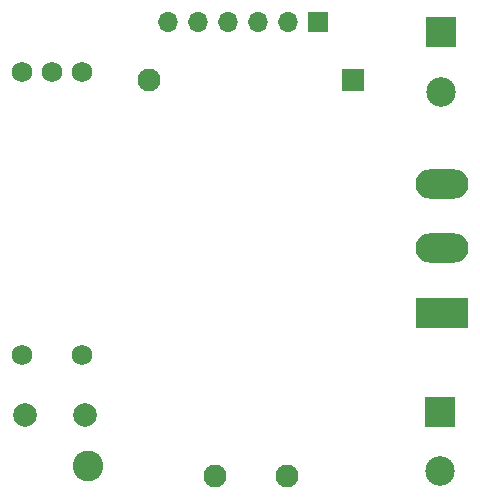
<source format=gts>
G04 #@! TF.GenerationSoftware,KiCad,Pcbnew,5.1.7-a382d34a8~88~ubuntu18.04.1*
G04 #@! TF.CreationDate,2021-08-09T13:16:33+05:30*
G04 #@! TF.ProjectId,BackEnd_HeavyDevice_v3,4261636b-456e-4645-9f48-656176794465,rev?*
G04 #@! TF.SameCoordinates,Original*
G04 #@! TF.FileFunction,Soldermask,Top*
G04 #@! TF.FilePolarity,Negative*
%FSLAX46Y46*%
G04 Gerber Fmt 4.6, Leading zero omitted, Abs format (unit mm)*
G04 Created by KiCad (PCBNEW 5.1.7-a382d34a8~88~ubuntu18.04.1) date 2021-08-09 13:16:33*
%MOMM*%
%LPD*%
G01*
G04 APERTURE LIST*
%ADD10C,2.600000*%
%ADD11C,1.750000*%
%ADD12C,1.950000*%
%ADD13R,1.950000X1.950000*%
%ADD14C,2.000000*%
%ADD15C,2.500000*%
%ADD16R,2.500000X2.500000*%
%ADD17O,4.500000X2.500000*%
%ADD18R,4.500000X2.500000*%
%ADD19R,1.700000X1.700000*%
%ADD20O,1.700000X1.700000*%
G04 APERTURE END LIST*
D10*
X116500000Y-132400000D03*
D11*
X110934000Y-99019000D03*
X116014000Y-99019000D03*
X113474000Y-99019000D03*
X110934000Y-123019000D03*
X116014000Y-123019000D03*
D12*
X133383000Y-133195000D03*
X121699000Y-99667000D03*
X127287000Y-133195000D03*
D13*
X138971000Y-99667000D03*
D14*
X111201200Y-128089820D03*
X116281200Y-128099820D03*
D15*
X146375000Y-132831000D03*
D16*
X146375000Y-127831000D03*
X146459000Y-95676700D03*
D15*
X146459000Y-100676700D03*
D17*
X146515000Y-108500000D03*
X146515000Y-113950000D03*
D18*
X146515000Y-119400000D03*
D19*
X136011000Y-94800400D03*
D20*
X133471000Y-94800400D03*
X130931000Y-94800400D03*
X128391000Y-94800400D03*
X125851000Y-94800400D03*
X123311000Y-94800400D03*
M02*

</source>
